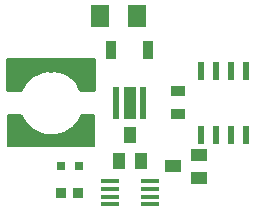
<source format=gtp>
G75*
%MOIN*%
%OFA0B0*%
%FSLAX25Y25*%
%IPPOS*%
%LPD*%
%AMOC8*
5,1,8,0,0,1.08239X$1,22.5*
%
%ADD10R,0.05118X0.03543*%
%ADD11R,0.02165X0.05906*%
%ADD12R,0.03937X0.05512*%
%ADD13R,0.02165X0.11024*%
%ADD14R,0.03937X0.11024*%
%ADD15R,0.05000X0.05000*%
%ADD16C,0.01200*%
%ADD17C,0.00160*%
%ADD18C,0.00500*%
%ADD19R,0.06299X0.07480*%
%ADD20R,0.03543X0.06299*%
%ADD21R,0.06299X0.01181*%
%ADD22R,0.03740X0.03740*%
%ADD23R,0.03150X0.03150*%
%ADD24R,0.05512X0.03937*%
D10*
X0062850Y0044110D03*
X0062850Y0051590D03*
D11*
X0070350Y0058480D03*
X0075350Y0058480D03*
X0080350Y0058480D03*
X0085350Y0058480D03*
X0085350Y0037220D03*
X0080350Y0037220D03*
X0075350Y0037220D03*
X0070350Y0037220D03*
D12*
X0050340Y0028519D03*
X0042860Y0028519D03*
X0046600Y0037181D03*
D13*
X0042171Y0047850D03*
X0051029Y0047850D03*
D14*
X0046600Y0047850D03*
D15*
X0008539Y0036039D03*
X0008539Y0059661D03*
D16*
X0005980Y0059180D02*
X0034720Y0059180D01*
X0034720Y0057982D02*
X0025255Y0057982D01*
X0025471Y0057903D02*
X0024241Y0058349D01*
X0022956Y0058597D01*
X0021649Y0058641D01*
X0020350Y0058480D01*
X0019044Y0058688D01*
X0017721Y0058680D01*
X0016418Y0058454D01*
X0015169Y0058018D01*
X0014009Y0057383D01*
X0012969Y0056566D01*
X0012077Y0055589D01*
X0011357Y0054479D01*
X0010829Y0053267D01*
X0010507Y0051984D01*
X0005980Y0051984D01*
X0005980Y0062220D01*
X0034720Y0062220D01*
X0034720Y0051984D01*
X0030193Y0051984D01*
X0029830Y0053241D01*
X0029276Y0054426D01*
X0028542Y0055510D01*
X0027649Y0056466D01*
X0026617Y0057270D01*
X0025471Y0057903D01*
X0027242Y0056783D02*
X0034720Y0056783D01*
X0034720Y0055584D02*
X0028473Y0055584D01*
X0029295Y0054386D02*
X0034720Y0054386D01*
X0034720Y0053187D02*
X0029846Y0053187D01*
X0030191Y0051989D02*
X0034720Y0051989D01*
X0034720Y0060379D02*
X0005980Y0060379D01*
X0005980Y0061577D02*
X0034720Y0061577D01*
X0015103Y0057982D02*
X0005980Y0057982D01*
X0005980Y0056783D02*
X0013246Y0056783D01*
X0012074Y0055584D02*
X0005980Y0055584D01*
X0005980Y0054386D02*
X0011317Y0054386D01*
X0010809Y0053187D02*
X0005980Y0053187D01*
X0005980Y0051989D02*
X0010509Y0051989D01*
D17*
X0009246Y0043207D02*
X0010573Y0043765D01*
X0010678Y0043527D01*
X0010790Y0043292D01*
X0010906Y0043060D01*
X0011029Y0042831D01*
X0011157Y0042605D01*
X0011291Y0042382D01*
X0011430Y0042162D01*
X0011574Y0041946D01*
X0011724Y0041733D01*
X0011878Y0041524D01*
X0012038Y0041319D01*
X0012203Y0041118D01*
X0012372Y0040921D01*
X0012546Y0040728D01*
X0012725Y0040540D01*
X0012909Y0040356D01*
X0013097Y0040176D01*
X0013289Y0040001D01*
X0013486Y0039831D01*
X0013686Y0039666D01*
X0013891Y0039505D01*
X0014099Y0039350D01*
X0014311Y0039200D01*
X0014527Y0039054D01*
X0014746Y0038915D01*
X0014968Y0038780D01*
X0015194Y0038652D01*
X0015423Y0038528D01*
X0015655Y0038410D01*
X0015889Y0038298D01*
X0016126Y0038192D01*
X0016366Y0038092D01*
X0016608Y0037997D01*
X0016853Y0037908D01*
X0017099Y0037826D01*
X0017347Y0037749D01*
X0017598Y0037679D01*
X0017849Y0037614D01*
X0018103Y0037556D01*
X0018357Y0037504D01*
X0018613Y0037458D01*
X0018870Y0037418D01*
X0019128Y0037385D01*
X0019387Y0037358D01*
X0019646Y0037337D01*
X0019905Y0037323D01*
X0020165Y0037315D01*
X0020425Y0037313D01*
X0020685Y0037318D01*
X0020944Y0037329D01*
X0021204Y0037346D01*
X0021463Y0037370D01*
X0021721Y0037400D01*
X0021978Y0037436D01*
X0022235Y0037478D01*
X0022490Y0037527D01*
X0022744Y0037582D01*
X0022997Y0037643D01*
X0023248Y0037710D01*
X0023497Y0037784D01*
X0023745Y0037863D01*
X0023990Y0037949D01*
X0024233Y0038040D01*
X0024475Y0038137D01*
X0024713Y0038240D01*
X0024949Y0038349D01*
X0025182Y0038464D01*
X0025413Y0038584D01*
X0025640Y0038710D01*
X0025864Y0038842D01*
X0026085Y0038978D01*
X0026303Y0039121D01*
X0026517Y0039268D01*
X0026727Y0039421D01*
X0026934Y0039578D01*
X0027137Y0039741D01*
X0027335Y0039909D01*
X0027530Y0040081D01*
X0027720Y0040258D01*
X0027906Y0040440D01*
X0028088Y0040626D01*
X0028264Y0040817D01*
X0028437Y0041011D01*
X0028604Y0041210D01*
X0028766Y0041413D01*
X0028924Y0041620D01*
X0029076Y0041831D01*
X0029223Y0042045D01*
X0029365Y0042263D01*
X0029501Y0042484D01*
X0029633Y0042708D01*
X0029758Y0042936D01*
X0029878Y0043167D01*
X0029992Y0043400D01*
X0030101Y0043636D01*
X0030204Y0043875D01*
X0031537Y0043332D01*
X0031421Y0043060D01*
X0031298Y0042792D01*
X0031168Y0042527D01*
X0031032Y0042265D01*
X0030890Y0042006D01*
X0030741Y0041751D01*
X0030586Y0041499D01*
X0030425Y0041252D01*
X0030258Y0041008D01*
X0030085Y0040769D01*
X0029907Y0040534D01*
X0029722Y0040303D01*
X0029532Y0040077D01*
X0029337Y0039856D01*
X0029136Y0039639D01*
X0028930Y0039428D01*
X0028719Y0039221D01*
X0028503Y0039020D01*
X0028282Y0038824D01*
X0028057Y0038633D01*
X0027827Y0038448D01*
X0027592Y0038269D01*
X0027353Y0038096D01*
X0027110Y0037928D01*
X0026863Y0037766D01*
X0026612Y0037611D01*
X0026357Y0037461D01*
X0026099Y0037318D01*
X0025837Y0037181D01*
X0025572Y0037051D01*
X0025304Y0036927D01*
X0025033Y0036810D01*
X0024759Y0036699D01*
X0024483Y0036595D01*
X0024204Y0036498D01*
X0023923Y0036408D01*
X0023640Y0036325D01*
X0023355Y0036248D01*
X0023068Y0036179D01*
X0022779Y0036116D01*
X0022489Y0036061D01*
X0022198Y0036013D01*
X0021905Y0035971D01*
X0021612Y0035937D01*
X0021318Y0035911D01*
X0021023Y0035891D01*
X0020728Y0035878D01*
X0020433Y0035873D01*
X0020138Y0035875D01*
X0019843Y0035884D01*
X0019548Y0035901D01*
X0019253Y0035924D01*
X0018960Y0035955D01*
X0018667Y0035993D01*
X0018375Y0036038D01*
X0018084Y0036090D01*
X0017795Y0036149D01*
X0017507Y0036215D01*
X0017221Y0036289D01*
X0016937Y0036369D01*
X0016655Y0036456D01*
X0016375Y0036550D01*
X0016098Y0036651D01*
X0015823Y0036758D01*
X0015550Y0036872D01*
X0015281Y0036993D01*
X0015014Y0037121D01*
X0014751Y0037254D01*
X0014491Y0037395D01*
X0014235Y0037541D01*
X0013982Y0037694D01*
X0013733Y0037853D01*
X0013488Y0038018D01*
X0013248Y0038188D01*
X0013011Y0038365D01*
X0012779Y0038547D01*
X0012551Y0038735D01*
X0012328Y0038929D01*
X0012110Y0039128D01*
X0011896Y0039332D01*
X0011688Y0039541D01*
X0011485Y0039755D01*
X0011287Y0039975D01*
X0011095Y0040199D01*
X0010908Y0040427D01*
X0010726Y0040660D01*
X0010551Y0040898D01*
X0010381Y0041139D01*
X0010217Y0041385D01*
X0010060Y0041635D01*
X0009908Y0041888D01*
X0009763Y0042145D01*
X0009624Y0042406D01*
X0009491Y0042669D01*
X0009365Y0042936D01*
X0009245Y0043206D01*
X0009385Y0043265D01*
X0009503Y0042998D01*
X0009627Y0042735D01*
X0009758Y0042474D01*
X0009896Y0042217D01*
X0010039Y0041963D01*
X0010189Y0041713D01*
X0010344Y0041466D01*
X0010506Y0041224D01*
X0010674Y0040985D01*
X0010847Y0040751D01*
X0011026Y0040521D01*
X0011211Y0040295D01*
X0011401Y0040074D01*
X0011596Y0039857D01*
X0011797Y0039646D01*
X0012002Y0039439D01*
X0012213Y0039238D01*
X0012429Y0039041D01*
X0012649Y0038850D01*
X0012874Y0038665D01*
X0013103Y0038485D01*
X0013337Y0038310D01*
X0013575Y0038142D01*
X0013817Y0037979D01*
X0014062Y0037822D01*
X0014312Y0037671D01*
X0014565Y0037526D01*
X0014822Y0037388D01*
X0015082Y0037256D01*
X0015345Y0037130D01*
X0015611Y0037011D01*
X0015880Y0036898D01*
X0016151Y0036792D01*
X0016425Y0036692D01*
X0016702Y0036600D01*
X0016980Y0036514D01*
X0017261Y0036434D01*
X0017543Y0036362D01*
X0017827Y0036297D01*
X0018113Y0036238D01*
X0018400Y0036187D01*
X0018688Y0036142D01*
X0018977Y0036105D01*
X0019267Y0036075D01*
X0019558Y0036051D01*
X0019849Y0036035D01*
X0020141Y0036026D01*
X0020432Y0036024D01*
X0020724Y0036029D01*
X0021015Y0036042D01*
X0021306Y0036061D01*
X0021596Y0036088D01*
X0021886Y0036121D01*
X0022175Y0036162D01*
X0022462Y0036210D01*
X0022749Y0036264D01*
X0023034Y0036326D01*
X0023317Y0036394D01*
X0023599Y0036470D01*
X0023878Y0036552D01*
X0024156Y0036641D01*
X0024431Y0036737D01*
X0024704Y0036840D01*
X0024975Y0036949D01*
X0025242Y0037065D01*
X0025507Y0037187D01*
X0025768Y0037316D01*
X0026027Y0037451D01*
X0026282Y0037592D01*
X0026533Y0037740D01*
X0026781Y0037893D01*
X0027025Y0038053D01*
X0027265Y0038218D01*
X0027501Y0038390D01*
X0027733Y0038567D01*
X0027960Y0038749D01*
X0028183Y0038938D01*
X0028401Y0039131D01*
X0028614Y0039330D01*
X0028823Y0039534D01*
X0029026Y0039743D01*
X0029224Y0039956D01*
X0029417Y0040175D01*
X0029605Y0040398D01*
X0029787Y0040626D01*
X0029963Y0040858D01*
X0030134Y0041095D01*
X0030299Y0041335D01*
X0030458Y0041579D01*
X0030611Y0041828D01*
X0030758Y0042080D01*
X0030898Y0042335D01*
X0031033Y0042594D01*
X0031161Y0042856D01*
X0031282Y0043121D01*
X0031398Y0043389D01*
X0031258Y0043446D01*
X0031144Y0043181D01*
X0031024Y0042919D01*
X0030898Y0042661D01*
X0030765Y0042405D01*
X0030626Y0042153D01*
X0030481Y0041905D01*
X0030330Y0041660D01*
X0030173Y0041418D01*
X0030010Y0041181D01*
X0029842Y0040947D01*
X0029667Y0040718D01*
X0029488Y0040493D01*
X0029302Y0040273D01*
X0029112Y0040057D01*
X0028916Y0039846D01*
X0028715Y0039640D01*
X0028510Y0039439D01*
X0028299Y0039242D01*
X0028084Y0039051D01*
X0027864Y0038866D01*
X0027639Y0038685D01*
X0027411Y0038511D01*
X0027178Y0038341D01*
X0026941Y0038178D01*
X0026700Y0038020D01*
X0026455Y0037869D01*
X0026207Y0037723D01*
X0025955Y0037584D01*
X0025700Y0037450D01*
X0025442Y0037323D01*
X0025180Y0037203D01*
X0024916Y0037088D01*
X0024649Y0036981D01*
X0024380Y0036879D01*
X0024108Y0036785D01*
X0023834Y0036697D01*
X0023558Y0036615D01*
X0023279Y0036541D01*
X0023000Y0036473D01*
X0022718Y0036412D01*
X0022436Y0036358D01*
X0022152Y0036311D01*
X0021867Y0036271D01*
X0021581Y0036238D01*
X0021294Y0036212D01*
X0021007Y0036192D01*
X0020719Y0036180D01*
X0020431Y0036175D01*
X0020143Y0036177D01*
X0019856Y0036186D01*
X0019568Y0036202D01*
X0019281Y0036225D01*
X0018995Y0036255D01*
X0018710Y0036292D01*
X0018425Y0036336D01*
X0018142Y0036386D01*
X0017860Y0036444D01*
X0017579Y0036509D01*
X0017300Y0036580D01*
X0017023Y0036658D01*
X0016748Y0036743D01*
X0016475Y0036835D01*
X0016205Y0036933D01*
X0015937Y0037038D01*
X0015671Y0037149D01*
X0015408Y0037267D01*
X0015149Y0037391D01*
X0014892Y0037522D01*
X0014639Y0037658D01*
X0014389Y0037801D01*
X0014142Y0037950D01*
X0013900Y0038105D01*
X0013661Y0038265D01*
X0013426Y0038432D01*
X0013195Y0038604D01*
X0012969Y0038782D01*
X0012747Y0038965D01*
X0012529Y0039154D01*
X0012317Y0039348D01*
X0012109Y0039547D01*
X0011906Y0039751D01*
X0011707Y0039959D01*
X0011515Y0040173D01*
X0011327Y0040391D01*
X0011145Y0040614D01*
X0010968Y0040841D01*
X0010797Y0041073D01*
X0010631Y0041308D01*
X0010472Y0041548D01*
X0010318Y0041791D01*
X0010170Y0042038D01*
X0010028Y0042289D01*
X0009893Y0042543D01*
X0009763Y0042800D01*
X0009640Y0043060D01*
X0009524Y0043323D01*
X0009663Y0043382D01*
X0009778Y0043122D01*
X0009900Y0042865D01*
X0010027Y0042611D01*
X0010161Y0042361D01*
X0010301Y0042113D01*
X0010447Y0041870D01*
X0010599Y0041629D01*
X0010756Y0041393D01*
X0010920Y0041160D01*
X0011089Y0040932D01*
X0011263Y0040708D01*
X0011443Y0040488D01*
X0011628Y0040272D01*
X0011819Y0040061D01*
X0012014Y0039855D01*
X0012215Y0039654D01*
X0012420Y0039458D01*
X0012630Y0039266D01*
X0012845Y0039080D01*
X0013064Y0038899D01*
X0013288Y0038724D01*
X0013515Y0038554D01*
X0013747Y0038389D01*
X0013983Y0038231D01*
X0014223Y0038078D01*
X0014466Y0037931D01*
X0014712Y0037790D01*
X0014963Y0037655D01*
X0015216Y0037526D01*
X0015472Y0037404D01*
X0015732Y0037288D01*
X0015994Y0037178D01*
X0016258Y0037074D01*
X0016525Y0036977D01*
X0016795Y0036887D01*
X0017066Y0036803D01*
X0017340Y0036726D01*
X0017615Y0036655D01*
X0017892Y0036592D01*
X0018170Y0036535D01*
X0018450Y0036485D01*
X0018731Y0036441D01*
X0019013Y0036405D01*
X0019295Y0036375D01*
X0019579Y0036353D01*
X0019862Y0036337D01*
X0020146Y0036328D01*
X0020430Y0036326D01*
X0020715Y0036331D01*
X0020998Y0036343D01*
X0021282Y0036362D01*
X0021565Y0036388D01*
X0021847Y0036421D01*
X0022129Y0036460D01*
X0022409Y0036507D01*
X0022688Y0036560D01*
X0022966Y0036620D01*
X0023242Y0036687D01*
X0023516Y0036761D01*
X0023789Y0036841D01*
X0024060Y0036928D01*
X0024328Y0037021D01*
X0024594Y0037121D01*
X0024857Y0037228D01*
X0025118Y0037340D01*
X0025376Y0037459D01*
X0025631Y0037585D01*
X0025883Y0037716D01*
X0026132Y0037854D01*
X0026377Y0037998D01*
X0026618Y0038148D01*
X0026856Y0038303D01*
X0027090Y0038464D01*
X0027320Y0038631D01*
X0027546Y0038804D01*
X0027767Y0038982D01*
X0027984Y0039165D01*
X0028197Y0039354D01*
X0028405Y0039547D01*
X0028608Y0039746D01*
X0028806Y0039950D01*
X0029000Y0040158D01*
X0029188Y0040371D01*
X0029370Y0040589D01*
X0029548Y0040810D01*
X0029720Y0041037D01*
X0029886Y0041267D01*
X0030047Y0041501D01*
X0030202Y0041740D01*
X0030351Y0041981D01*
X0030494Y0042227D01*
X0030631Y0042476D01*
X0030762Y0042728D01*
X0030887Y0042983D01*
X0031006Y0043241D01*
X0031118Y0043503D01*
X0030978Y0043560D01*
X0030867Y0043302D01*
X0030750Y0043047D01*
X0030627Y0042795D01*
X0030498Y0042546D01*
X0030362Y0042301D01*
X0030221Y0042058D01*
X0030074Y0041820D01*
X0029921Y0041585D01*
X0029762Y0041353D01*
X0029598Y0041126D01*
X0029428Y0040903D01*
X0029253Y0040684D01*
X0029073Y0040469D01*
X0028887Y0040259D01*
X0028696Y0040053D01*
X0028501Y0039852D01*
X0028300Y0039656D01*
X0028095Y0039465D01*
X0027885Y0039279D01*
X0027671Y0039098D01*
X0027452Y0038922D01*
X0027229Y0038752D01*
X0027002Y0038587D01*
X0026771Y0038428D01*
X0026537Y0038275D01*
X0026298Y0038127D01*
X0026056Y0037985D01*
X0025811Y0037849D01*
X0025562Y0037719D01*
X0025311Y0037596D01*
X0025056Y0037478D01*
X0024799Y0037367D01*
X0024539Y0037262D01*
X0024276Y0037163D01*
X0024011Y0037071D01*
X0023744Y0036985D01*
X0023475Y0036906D01*
X0023204Y0036833D01*
X0022932Y0036767D01*
X0022658Y0036708D01*
X0022382Y0036655D01*
X0022106Y0036610D01*
X0021828Y0036570D01*
X0021549Y0036538D01*
X0021270Y0036513D01*
X0020990Y0036494D01*
X0020710Y0036482D01*
X0020430Y0036477D01*
X0020149Y0036479D01*
X0019869Y0036488D01*
X0019589Y0036503D01*
X0019309Y0036526D01*
X0019030Y0036555D01*
X0018752Y0036591D01*
X0018475Y0036633D01*
X0018199Y0036683D01*
X0017924Y0036739D01*
X0017651Y0036802D01*
X0017379Y0036872D01*
X0017109Y0036948D01*
X0016841Y0037031D01*
X0016575Y0037120D01*
X0016312Y0037215D01*
X0016051Y0037318D01*
X0015792Y0037426D01*
X0015536Y0037541D01*
X0015283Y0037662D01*
X0015033Y0037789D01*
X0014786Y0037922D01*
X0014543Y0038061D01*
X0014303Y0038206D01*
X0014066Y0038357D01*
X0013833Y0038513D01*
X0013605Y0038676D01*
X0013380Y0038843D01*
X0013159Y0039016D01*
X0012943Y0039195D01*
X0012731Y0039379D01*
X0012524Y0039567D01*
X0012321Y0039761D01*
X0012123Y0039960D01*
X0011930Y0040163D01*
X0011742Y0040372D01*
X0011559Y0040584D01*
X0011382Y0040801D01*
X0011209Y0041023D01*
X0011043Y0041248D01*
X0010881Y0041478D01*
X0010726Y0041711D01*
X0010576Y0041948D01*
X0010432Y0042189D01*
X0010294Y0042433D01*
X0010162Y0042680D01*
X0010036Y0042931D01*
X0009916Y0043184D01*
X0009802Y0043441D01*
X0009941Y0043499D01*
X0010054Y0043246D01*
X0010172Y0042996D01*
X0010296Y0042749D01*
X0010427Y0042505D01*
X0010563Y0042264D01*
X0010705Y0042026D01*
X0010853Y0041792D01*
X0011007Y0041562D01*
X0011166Y0041336D01*
X0011330Y0041113D01*
X0011500Y0040895D01*
X0011676Y0040681D01*
X0011856Y0040471D01*
X0012041Y0040265D01*
X0012232Y0040065D01*
X0012427Y0039869D01*
X0012627Y0039677D01*
X0012832Y0039491D01*
X0013041Y0039310D01*
X0013254Y0039134D01*
X0013472Y0038963D01*
X0013694Y0038797D01*
X0013920Y0038637D01*
X0014149Y0038483D01*
X0014383Y0038334D01*
X0014620Y0038191D01*
X0014860Y0038054D01*
X0015103Y0037922D01*
X0015350Y0037797D01*
X0015600Y0037678D01*
X0015852Y0037564D01*
X0016108Y0037457D01*
X0016365Y0037357D01*
X0016625Y0037262D01*
X0016888Y0037174D01*
X0017152Y0037093D01*
X0017419Y0037017D01*
X0017687Y0036949D01*
X0017956Y0036887D01*
X0018228Y0036831D01*
X0018500Y0036782D01*
X0018773Y0036740D01*
X0019048Y0036705D01*
X0019323Y0036676D01*
X0019599Y0036654D01*
X0019875Y0036639D01*
X0020152Y0036630D01*
X0020429Y0036628D01*
X0020705Y0036633D01*
X0020982Y0036645D01*
X0021258Y0036663D01*
X0021534Y0036688D01*
X0021809Y0036720D01*
X0022083Y0036759D01*
X0022356Y0036804D01*
X0022627Y0036856D01*
X0022898Y0036914D01*
X0023167Y0036980D01*
X0023434Y0037051D01*
X0023700Y0037129D01*
X0023963Y0037214D01*
X0024225Y0037305D01*
X0024484Y0037402D01*
X0024740Y0037506D01*
X0024994Y0037616D01*
X0025245Y0037732D01*
X0025494Y0037854D01*
X0025739Y0037982D01*
X0025981Y0038116D01*
X0026220Y0038256D01*
X0026455Y0038402D01*
X0026687Y0038553D01*
X0026915Y0038710D01*
X0027139Y0038873D01*
X0027359Y0039041D01*
X0027574Y0039214D01*
X0027786Y0039393D01*
X0027993Y0039576D01*
X0028195Y0039765D01*
X0028393Y0039958D01*
X0028586Y0040157D01*
X0028775Y0040359D01*
X0028958Y0040567D01*
X0029136Y0040779D01*
X0029309Y0040995D01*
X0029476Y0041215D01*
X0029638Y0041440D01*
X0029795Y0041668D01*
X0029946Y0041900D01*
X0030091Y0042135D01*
X0030231Y0042374D01*
X0030364Y0042617D01*
X0030492Y0042862D01*
X0030613Y0043111D01*
X0030729Y0043362D01*
X0030838Y0043616D01*
X0030698Y0043673D01*
X0030590Y0043423D01*
X0030476Y0043175D01*
X0030356Y0042929D01*
X0030231Y0042687D01*
X0030099Y0042448D01*
X0029961Y0042212D01*
X0029818Y0041980D01*
X0029669Y0041751D01*
X0029514Y0041526D01*
X0029354Y0041304D01*
X0029189Y0041087D01*
X0029019Y0040874D01*
X0028843Y0040665D01*
X0028662Y0040460D01*
X0028476Y0040260D01*
X0028286Y0040064D01*
X0028091Y0039874D01*
X0027891Y0039688D01*
X0027687Y0039506D01*
X0027478Y0039330D01*
X0027265Y0039159D01*
X0027048Y0038994D01*
X0026827Y0038833D01*
X0026602Y0038678D01*
X0026374Y0038529D01*
X0026142Y0038385D01*
X0025906Y0038247D01*
X0025667Y0038115D01*
X0025425Y0037988D01*
X0025180Y0037868D01*
X0024932Y0037753D01*
X0024682Y0037645D01*
X0024428Y0037543D01*
X0024173Y0037447D01*
X0023915Y0037357D01*
X0023655Y0037274D01*
X0023393Y0037196D01*
X0023129Y0037126D01*
X0022864Y0037062D01*
X0022597Y0037004D01*
X0022329Y0036953D01*
X0022060Y0036908D01*
X0021789Y0036870D01*
X0021518Y0036839D01*
X0021246Y0036814D01*
X0020974Y0036796D01*
X0020701Y0036784D01*
X0020428Y0036779D01*
X0020155Y0036781D01*
X0019882Y0036789D01*
X0019609Y0036805D01*
X0019337Y0036826D01*
X0019066Y0036855D01*
X0018795Y0036890D01*
X0018525Y0036931D01*
X0018256Y0036979D01*
X0017989Y0037034D01*
X0017723Y0037095D01*
X0017458Y0037163D01*
X0017195Y0037237D01*
X0016934Y0037318D01*
X0016676Y0037405D01*
X0016419Y0037498D01*
X0016165Y0037597D01*
X0015913Y0037703D01*
X0015664Y0037814D01*
X0015417Y0037932D01*
X0015174Y0038056D01*
X0014934Y0038185D01*
X0014696Y0038321D01*
X0014463Y0038462D01*
X0014233Y0038609D01*
X0014006Y0038761D01*
X0013783Y0038919D01*
X0013564Y0039082D01*
X0013350Y0039251D01*
X0013139Y0039425D01*
X0012933Y0039603D01*
X0012731Y0039787D01*
X0012533Y0039976D01*
X0012341Y0040169D01*
X0012153Y0040368D01*
X0011970Y0040570D01*
X0011792Y0040777D01*
X0011619Y0040988D01*
X0011451Y0041204D01*
X0011289Y0041423D01*
X0011132Y0041647D01*
X0010980Y0041874D01*
X0010834Y0042105D01*
X0010694Y0042339D01*
X0010559Y0042577D01*
X0010431Y0042817D01*
X0010308Y0043061D01*
X0010191Y0043308D01*
X0010081Y0043558D01*
X0010220Y0043616D01*
X0010329Y0043370D01*
X0010444Y0043127D01*
X0010565Y0042886D01*
X0010692Y0042648D01*
X0010825Y0042414D01*
X0010963Y0042183D01*
X0011107Y0041955D01*
X0011257Y0041731D01*
X0011412Y0041511D01*
X0011572Y0041294D01*
X0011737Y0041082D01*
X0011908Y0040874D01*
X0012084Y0040669D01*
X0012264Y0040470D01*
X0012449Y0040274D01*
X0012640Y0040083D01*
X0012834Y0039897D01*
X0013033Y0039716D01*
X0013237Y0039540D01*
X0013445Y0039368D01*
X0013657Y0039202D01*
X0013873Y0039041D01*
X0014092Y0038885D01*
X0014316Y0038735D01*
X0014543Y0038590D01*
X0014773Y0038451D01*
X0015007Y0038317D01*
X0015244Y0038189D01*
X0015484Y0038067D01*
X0015727Y0037951D01*
X0015973Y0037841D01*
X0016222Y0037737D01*
X0016472Y0037639D01*
X0016726Y0037547D01*
X0016981Y0037461D01*
X0017238Y0037382D01*
X0017498Y0037309D01*
X0017758Y0037242D01*
X0018021Y0037182D01*
X0018285Y0037128D01*
X0018550Y0037080D01*
X0018816Y0037039D01*
X0019083Y0037005D01*
X0019351Y0036977D01*
X0019620Y0036955D01*
X0019888Y0036940D01*
X0020158Y0036932D01*
X0020427Y0036930D01*
X0020696Y0036935D01*
X0020965Y0036946D01*
X0021234Y0036964D01*
X0021502Y0036989D01*
X0021770Y0037020D01*
X0022037Y0037057D01*
X0022302Y0037101D01*
X0022567Y0037152D01*
X0022830Y0037209D01*
X0023092Y0037272D01*
X0023352Y0037342D01*
X0023610Y0037418D01*
X0023867Y0037500D01*
X0024121Y0037589D01*
X0024373Y0037683D01*
X0024623Y0037784D01*
X0024870Y0037891D01*
X0025115Y0038004D01*
X0025357Y0038123D01*
X0025595Y0038248D01*
X0025831Y0038378D01*
X0026063Y0038514D01*
X0026292Y0038656D01*
X0026518Y0038803D01*
X0026739Y0038956D01*
X0026957Y0039114D01*
X0027171Y0039278D01*
X0027381Y0039446D01*
X0027587Y0039620D01*
X0027789Y0039799D01*
X0027986Y0039982D01*
X0028179Y0040171D01*
X0028366Y0040364D01*
X0028550Y0040561D01*
X0028728Y0040763D01*
X0028901Y0040969D01*
X0029070Y0041179D01*
X0029233Y0041394D01*
X0029390Y0041612D01*
X0029543Y0041834D01*
X0029690Y0042060D01*
X0029831Y0042289D01*
X0029967Y0042522D01*
X0030097Y0042757D01*
X0030221Y0042996D01*
X0030340Y0043238D01*
X0030452Y0043483D01*
X0030559Y0043730D01*
X0030419Y0043787D01*
X0030314Y0043543D01*
X0030203Y0043302D01*
X0030086Y0043064D01*
X0029963Y0042828D01*
X0029835Y0042595D01*
X0029701Y0042366D01*
X0029562Y0042140D01*
X0029417Y0041917D01*
X0029266Y0041698D01*
X0029111Y0041483D01*
X0028950Y0041272D01*
X0028784Y0041064D01*
X0028613Y0040861D01*
X0028437Y0040662D01*
X0028257Y0040467D01*
X0028071Y0040277D01*
X0027881Y0040091D01*
X0027687Y0039910D01*
X0027488Y0039734D01*
X0027285Y0039563D01*
X0027078Y0039396D01*
X0026867Y0039235D01*
X0026652Y0039079D01*
X0026433Y0038928D01*
X0026211Y0038783D01*
X0025985Y0038643D01*
X0025756Y0038509D01*
X0025523Y0038380D01*
X0025288Y0038257D01*
X0025049Y0038140D01*
X0024808Y0038029D01*
X0024565Y0037923D01*
X0024318Y0037824D01*
X0024070Y0037731D01*
X0023819Y0037643D01*
X0023566Y0037562D01*
X0023311Y0037487D01*
X0023054Y0037418D01*
X0022796Y0037356D01*
X0022537Y0037300D01*
X0022276Y0037250D01*
X0022014Y0037207D01*
X0021751Y0037170D01*
X0021487Y0037139D01*
X0021222Y0037115D01*
X0020957Y0037097D01*
X0020692Y0037086D01*
X0020426Y0037081D01*
X0020161Y0037083D01*
X0019895Y0037091D01*
X0019630Y0037106D01*
X0019365Y0037127D01*
X0019101Y0037155D01*
X0018837Y0037189D01*
X0018575Y0037229D01*
X0018313Y0037276D01*
X0018053Y0037329D01*
X0017794Y0037389D01*
X0017537Y0037455D01*
X0017281Y0037527D01*
X0017028Y0037605D01*
X0016776Y0037690D01*
X0016526Y0037780D01*
X0016279Y0037877D01*
X0016034Y0037980D01*
X0015791Y0038088D01*
X0015552Y0038203D01*
X0015315Y0038323D01*
X0015081Y0038449D01*
X0014850Y0038581D01*
X0014623Y0038718D01*
X0014399Y0038861D01*
X0014179Y0039009D01*
X0013962Y0039163D01*
X0013749Y0039321D01*
X0013540Y0039485D01*
X0013335Y0039654D01*
X0013134Y0039828D01*
X0012938Y0040007D01*
X0012746Y0040191D01*
X0012558Y0040379D01*
X0012375Y0040572D01*
X0012197Y0040769D01*
X0012024Y0040970D01*
X0011856Y0041176D01*
X0011693Y0041385D01*
X0011535Y0041599D01*
X0011382Y0041816D01*
X0011234Y0042037D01*
X0011092Y0042261D01*
X0010956Y0042489D01*
X0010825Y0042720D01*
X0010700Y0042955D01*
X0010580Y0043192D01*
X0010467Y0043432D01*
X0010359Y0043675D01*
X0010498Y0043733D01*
X0010604Y0043494D01*
X0010716Y0043257D01*
X0010834Y0043023D01*
X0010958Y0042792D01*
X0011087Y0042564D01*
X0011221Y0042340D01*
X0011362Y0042118D01*
X0011507Y0041900D01*
X0011658Y0041686D01*
X0011813Y0041476D01*
X0011974Y0041269D01*
X0012140Y0041066D01*
X0012311Y0040868D01*
X0012487Y0040674D01*
X0012667Y0040484D01*
X0012852Y0040298D01*
X0013041Y0040117D01*
X0013235Y0039941D01*
X0013433Y0039769D01*
X0013635Y0039603D01*
X0013841Y0039441D01*
X0014051Y0039284D01*
X0014265Y0039133D01*
X0014482Y0038987D01*
X0014703Y0038846D01*
X0014927Y0038711D01*
X0015155Y0038581D01*
X0015385Y0038457D01*
X0015619Y0038338D01*
X0015855Y0038225D01*
X0016094Y0038118D01*
X0016336Y0038017D01*
X0016580Y0037921D01*
X0016826Y0037832D01*
X0017074Y0037749D01*
X0017324Y0037671D01*
X0017576Y0037600D01*
X0017830Y0037535D01*
X0018085Y0037477D01*
X0018342Y0037424D01*
X0018600Y0037378D01*
X0018859Y0037338D01*
X0019119Y0037305D01*
X0019379Y0037277D01*
X0019640Y0037256D01*
X0019902Y0037242D01*
X0020163Y0037234D01*
X0020425Y0037232D01*
X0020687Y0037237D01*
X0020949Y0037248D01*
X0021210Y0037265D01*
X0021471Y0037289D01*
X0021731Y0037319D01*
X0021991Y0037356D01*
X0022249Y0037399D01*
X0022506Y0037448D01*
X0022762Y0037503D01*
X0023017Y0037565D01*
X0023270Y0037632D01*
X0023521Y0037706D01*
X0023771Y0037786D01*
X0024018Y0037872D01*
X0024263Y0037965D01*
X0024506Y0038063D01*
X0024746Y0038167D01*
X0024984Y0038276D01*
X0025219Y0038392D01*
X0025451Y0038513D01*
X0025681Y0038640D01*
X0025906Y0038772D01*
X0026129Y0038910D01*
X0026348Y0039054D01*
X0026564Y0039202D01*
X0026776Y0039356D01*
X0026984Y0039515D01*
X0027189Y0039679D01*
X0027389Y0039848D01*
X0027585Y0040021D01*
X0027776Y0040200D01*
X0027964Y0040383D01*
X0028147Y0040571D01*
X0028325Y0040763D01*
X0028498Y0040959D01*
X0028667Y0041159D01*
X0028830Y0041364D01*
X0028989Y0041572D01*
X0029142Y0041784D01*
X0029291Y0042000D01*
X0029434Y0042220D01*
X0029571Y0042443D01*
X0029703Y0042669D01*
X0029830Y0042898D01*
X0029951Y0043131D01*
X0030066Y0043366D01*
X0030175Y0043604D01*
X0030279Y0043844D01*
X0031454Y0052493D02*
X0030127Y0051935D01*
X0030022Y0052173D01*
X0029910Y0052408D01*
X0029794Y0052640D01*
X0029671Y0052869D01*
X0029543Y0053095D01*
X0029409Y0053318D01*
X0029270Y0053538D01*
X0029126Y0053754D01*
X0028976Y0053967D01*
X0028822Y0054176D01*
X0028662Y0054381D01*
X0028497Y0054582D01*
X0028328Y0054779D01*
X0028154Y0054972D01*
X0027975Y0055160D01*
X0027791Y0055344D01*
X0027603Y0055524D01*
X0027411Y0055699D01*
X0027214Y0055869D01*
X0027014Y0056034D01*
X0026809Y0056195D01*
X0026601Y0056350D01*
X0026389Y0056500D01*
X0026173Y0056646D01*
X0025954Y0056785D01*
X0025732Y0056920D01*
X0025506Y0057048D01*
X0025277Y0057172D01*
X0025045Y0057290D01*
X0024811Y0057402D01*
X0024574Y0057508D01*
X0024334Y0057608D01*
X0024092Y0057703D01*
X0023847Y0057792D01*
X0023601Y0057874D01*
X0023353Y0057951D01*
X0023102Y0058021D01*
X0022851Y0058086D01*
X0022597Y0058144D01*
X0022343Y0058196D01*
X0022087Y0058242D01*
X0021830Y0058282D01*
X0021572Y0058315D01*
X0021313Y0058342D01*
X0021054Y0058363D01*
X0020795Y0058377D01*
X0020535Y0058385D01*
X0020275Y0058387D01*
X0020015Y0058382D01*
X0019756Y0058371D01*
X0019496Y0058354D01*
X0019237Y0058330D01*
X0018979Y0058300D01*
X0018722Y0058264D01*
X0018465Y0058222D01*
X0018210Y0058173D01*
X0017956Y0058118D01*
X0017703Y0058057D01*
X0017452Y0057990D01*
X0017203Y0057916D01*
X0016955Y0057837D01*
X0016710Y0057751D01*
X0016467Y0057660D01*
X0016225Y0057563D01*
X0015987Y0057460D01*
X0015751Y0057351D01*
X0015518Y0057236D01*
X0015287Y0057116D01*
X0015060Y0056990D01*
X0014836Y0056858D01*
X0014615Y0056722D01*
X0014397Y0056579D01*
X0014183Y0056432D01*
X0013973Y0056279D01*
X0013766Y0056122D01*
X0013563Y0055959D01*
X0013365Y0055791D01*
X0013170Y0055619D01*
X0012980Y0055442D01*
X0012794Y0055260D01*
X0012612Y0055074D01*
X0012436Y0054883D01*
X0012263Y0054689D01*
X0012096Y0054490D01*
X0011934Y0054287D01*
X0011776Y0054080D01*
X0011624Y0053869D01*
X0011477Y0053655D01*
X0011335Y0053437D01*
X0011199Y0053216D01*
X0011067Y0052992D01*
X0010942Y0052764D01*
X0010822Y0052533D01*
X0010708Y0052300D01*
X0010599Y0052064D01*
X0010496Y0051825D01*
X0009163Y0052368D01*
X0009279Y0052640D01*
X0009402Y0052908D01*
X0009532Y0053173D01*
X0009668Y0053435D01*
X0009810Y0053694D01*
X0009959Y0053949D01*
X0010114Y0054201D01*
X0010275Y0054448D01*
X0010442Y0054692D01*
X0010615Y0054931D01*
X0010793Y0055166D01*
X0010978Y0055397D01*
X0011168Y0055623D01*
X0011363Y0055844D01*
X0011564Y0056061D01*
X0011770Y0056272D01*
X0011981Y0056479D01*
X0012197Y0056680D01*
X0012418Y0056876D01*
X0012643Y0057067D01*
X0012873Y0057252D01*
X0013108Y0057431D01*
X0013347Y0057604D01*
X0013590Y0057772D01*
X0013837Y0057934D01*
X0014088Y0058089D01*
X0014343Y0058239D01*
X0014601Y0058382D01*
X0014863Y0058519D01*
X0015128Y0058649D01*
X0015396Y0058773D01*
X0015667Y0058890D01*
X0015941Y0059001D01*
X0016217Y0059105D01*
X0016496Y0059202D01*
X0016777Y0059292D01*
X0017060Y0059375D01*
X0017345Y0059452D01*
X0017632Y0059521D01*
X0017921Y0059584D01*
X0018211Y0059639D01*
X0018502Y0059687D01*
X0018795Y0059729D01*
X0019088Y0059763D01*
X0019382Y0059789D01*
X0019677Y0059809D01*
X0019972Y0059822D01*
X0020267Y0059827D01*
X0020562Y0059825D01*
X0020857Y0059816D01*
X0021152Y0059799D01*
X0021447Y0059776D01*
X0021740Y0059745D01*
X0022033Y0059707D01*
X0022325Y0059662D01*
X0022616Y0059610D01*
X0022905Y0059551D01*
X0023193Y0059485D01*
X0023479Y0059411D01*
X0023763Y0059331D01*
X0024045Y0059244D01*
X0024325Y0059150D01*
X0024602Y0059049D01*
X0024877Y0058942D01*
X0025150Y0058828D01*
X0025419Y0058707D01*
X0025686Y0058579D01*
X0025949Y0058446D01*
X0026209Y0058305D01*
X0026465Y0058159D01*
X0026718Y0058006D01*
X0026967Y0057847D01*
X0027212Y0057682D01*
X0027452Y0057512D01*
X0027689Y0057335D01*
X0027921Y0057153D01*
X0028149Y0056965D01*
X0028372Y0056771D01*
X0028590Y0056572D01*
X0028804Y0056368D01*
X0029012Y0056159D01*
X0029215Y0055945D01*
X0029413Y0055725D01*
X0029605Y0055501D01*
X0029792Y0055273D01*
X0029974Y0055040D01*
X0030149Y0054802D01*
X0030319Y0054561D01*
X0030483Y0054315D01*
X0030640Y0054065D01*
X0030792Y0053812D01*
X0030937Y0053555D01*
X0031076Y0053294D01*
X0031209Y0053031D01*
X0031335Y0052764D01*
X0031455Y0052494D01*
X0031315Y0052435D01*
X0031197Y0052702D01*
X0031073Y0052965D01*
X0030942Y0053226D01*
X0030804Y0053483D01*
X0030661Y0053737D01*
X0030511Y0053987D01*
X0030356Y0054234D01*
X0030194Y0054476D01*
X0030026Y0054715D01*
X0029853Y0054949D01*
X0029674Y0055179D01*
X0029489Y0055405D01*
X0029299Y0055626D01*
X0029104Y0055843D01*
X0028903Y0056054D01*
X0028698Y0056261D01*
X0028487Y0056462D01*
X0028271Y0056659D01*
X0028051Y0056850D01*
X0027826Y0057035D01*
X0027597Y0057215D01*
X0027363Y0057390D01*
X0027125Y0057558D01*
X0026883Y0057721D01*
X0026638Y0057878D01*
X0026388Y0058029D01*
X0026135Y0058174D01*
X0025878Y0058312D01*
X0025618Y0058444D01*
X0025355Y0058570D01*
X0025089Y0058689D01*
X0024820Y0058802D01*
X0024549Y0058908D01*
X0024275Y0059008D01*
X0023998Y0059100D01*
X0023720Y0059186D01*
X0023439Y0059266D01*
X0023157Y0059338D01*
X0022873Y0059403D01*
X0022587Y0059462D01*
X0022300Y0059513D01*
X0022012Y0059558D01*
X0021723Y0059595D01*
X0021433Y0059625D01*
X0021142Y0059649D01*
X0020851Y0059665D01*
X0020559Y0059674D01*
X0020268Y0059676D01*
X0019976Y0059671D01*
X0019685Y0059658D01*
X0019394Y0059639D01*
X0019104Y0059612D01*
X0018814Y0059579D01*
X0018525Y0059538D01*
X0018238Y0059490D01*
X0017951Y0059436D01*
X0017666Y0059374D01*
X0017383Y0059306D01*
X0017101Y0059230D01*
X0016822Y0059148D01*
X0016544Y0059059D01*
X0016269Y0058963D01*
X0015996Y0058860D01*
X0015725Y0058751D01*
X0015458Y0058635D01*
X0015193Y0058513D01*
X0014932Y0058384D01*
X0014673Y0058249D01*
X0014418Y0058108D01*
X0014167Y0057960D01*
X0013919Y0057807D01*
X0013675Y0057647D01*
X0013435Y0057482D01*
X0013199Y0057310D01*
X0012967Y0057133D01*
X0012740Y0056951D01*
X0012517Y0056762D01*
X0012299Y0056569D01*
X0012086Y0056370D01*
X0011877Y0056166D01*
X0011674Y0055957D01*
X0011476Y0055744D01*
X0011283Y0055525D01*
X0011095Y0055302D01*
X0010913Y0055074D01*
X0010737Y0054842D01*
X0010566Y0054605D01*
X0010401Y0054365D01*
X0010242Y0054121D01*
X0010089Y0053872D01*
X0009942Y0053620D01*
X0009802Y0053365D01*
X0009667Y0053106D01*
X0009539Y0052844D01*
X0009418Y0052579D01*
X0009302Y0052311D01*
X0009442Y0052254D01*
X0009556Y0052519D01*
X0009676Y0052781D01*
X0009802Y0053039D01*
X0009935Y0053295D01*
X0010074Y0053547D01*
X0010219Y0053795D01*
X0010370Y0054040D01*
X0010527Y0054282D01*
X0010690Y0054519D01*
X0010858Y0054753D01*
X0011033Y0054982D01*
X0011212Y0055207D01*
X0011398Y0055427D01*
X0011588Y0055643D01*
X0011784Y0055854D01*
X0011985Y0056060D01*
X0012190Y0056261D01*
X0012401Y0056458D01*
X0012616Y0056649D01*
X0012836Y0056834D01*
X0013061Y0057015D01*
X0013289Y0057189D01*
X0013522Y0057359D01*
X0013759Y0057522D01*
X0014000Y0057680D01*
X0014245Y0057831D01*
X0014493Y0057977D01*
X0014745Y0058116D01*
X0015000Y0058250D01*
X0015258Y0058377D01*
X0015520Y0058497D01*
X0015784Y0058612D01*
X0016051Y0058719D01*
X0016320Y0058821D01*
X0016592Y0058915D01*
X0016866Y0059003D01*
X0017142Y0059085D01*
X0017421Y0059159D01*
X0017700Y0059227D01*
X0017982Y0059288D01*
X0018264Y0059342D01*
X0018548Y0059389D01*
X0018833Y0059429D01*
X0019119Y0059462D01*
X0019406Y0059488D01*
X0019693Y0059508D01*
X0019981Y0059520D01*
X0020269Y0059525D01*
X0020557Y0059523D01*
X0020844Y0059514D01*
X0021132Y0059498D01*
X0021419Y0059475D01*
X0021705Y0059445D01*
X0021990Y0059408D01*
X0022275Y0059364D01*
X0022558Y0059314D01*
X0022840Y0059256D01*
X0023121Y0059191D01*
X0023400Y0059120D01*
X0023677Y0059042D01*
X0023952Y0058957D01*
X0024225Y0058865D01*
X0024495Y0058767D01*
X0024763Y0058662D01*
X0025029Y0058551D01*
X0025292Y0058433D01*
X0025551Y0058309D01*
X0025808Y0058178D01*
X0026061Y0058042D01*
X0026311Y0057899D01*
X0026558Y0057750D01*
X0026800Y0057595D01*
X0027039Y0057435D01*
X0027274Y0057268D01*
X0027505Y0057096D01*
X0027731Y0056918D01*
X0027953Y0056735D01*
X0028171Y0056546D01*
X0028383Y0056352D01*
X0028591Y0056153D01*
X0028794Y0055949D01*
X0028993Y0055741D01*
X0029185Y0055527D01*
X0029373Y0055309D01*
X0029555Y0055086D01*
X0029732Y0054859D01*
X0029903Y0054627D01*
X0030069Y0054392D01*
X0030228Y0054152D01*
X0030382Y0053909D01*
X0030530Y0053662D01*
X0030672Y0053411D01*
X0030807Y0053157D01*
X0030937Y0052900D01*
X0031060Y0052640D01*
X0031176Y0052377D01*
X0031037Y0052318D01*
X0030922Y0052578D01*
X0030800Y0052835D01*
X0030673Y0053089D01*
X0030539Y0053339D01*
X0030399Y0053587D01*
X0030253Y0053830D01*
X0030101Y0054071D01*
X0029944Y0054307D01*
X0029780Y0054540D01*
X0029611Y0054768D01*
X0029437Y0054992D01*
X0029257Y0055212D01*
X0029072Y0055428D01*
X0028881Y0055639D01*
X0028686Y0055845D01*
X0028485Y0056046D01*
X0028280Y0056242D01*
X0028070Y0056434D01*
X0027855Y0056620D01*
X0027636Y0056801D01*
X0027412Y0056976D01*
X0027185Y0057146D01*
X0026953Y0057311D01*
X0026717Y0057469D01*
X0026477Y0057622D01*
X0026234Y0057769D01*
X0025988Y0057910D01*
X0025737Y0058045D01*
X0025484Y0058174D01*
X0025228Y0058296D01*
X0024968Y0058412D01*
X0024706Y0058522D01*
X0024442Y0058626D01*
X0024175Y0058723D01*
X0023905Y0058813D01*
X0023634Y0058897D01*
X0023360Y0058974D01*
X0023085Y0059045D01*
X0022808Y0059108D01*
X0022530Y0059165D01*
X0022250Y0059215D01*
X0021969Y0059259D01*
X0021687Y0059295D01*
X0021405Y0059325D01*
X0021121Y0059347D01*
X0020838Y0059363D01*
X0020554Y0059372D01*
X0020270Y0059374D01*
X0019985Y0059369D01*
X0019702Y0059357D01*
X0019418Y0059338D01*
X0019135Y0059312D01*
X0018853Y0059279D01*
X0018571Y0059240D01*
X0018291Y0059193D01*
X0018012Y0059140D01*
X0017734Y0059080D01*
X0017458Y0059013D01*
X0017184Y0058939D01*
X0016911Y0058859D01*
X0016640Y0058772D01*
X0016372Y0058679D01*
X0016106Y0058579D01*
X0015843Y0058472D01*
X0015582Y0058360D01*
X0015324Y0058241D01*
X0015069Y0058115D01*
X0014817Y0057984D01*
X0014568Y0057846D01*
X0014323Y0057702D01*
X0014082Y0057552D01*
X0013844Y0057397D01*
X0013610Y0057236D01*
X0013380Y0057069D01*
X0013154Y0056896D01*
X0012933Y0056718D01*
X0012716Y0056535D01*
X0012503Y0056346D01*
X0012295Y0056153D01*
X0012092Y0055954D01*
X0011894Y0055750D01*
X0011700Y0055542D01*
X0011512Y0055329D01*
X0011330Y0055111D01*
X0011152Y0054890D01*
X0010980Y0054663D01*
X0010814Y0054433D01*
X0010653Y0054199D01*
X0010498Y0053960D01*
X0010349Y0053719D01*
X0010206Y0053473D01*
X0010069Y0053224D01*
X0009938Y0052972D01*
X0009813Y0052717D01*
X0009694Y0052459D01*
X0009582Y0052197D01*
X0009722Y0052140D01*
X0009833Y0052398D01*
X0009950Y0052653D01*
X0010073Y0052905D01*
X0010202Y0053154D01*
X0010338Y0053399D01*
X0010479Y0053642D01*
X0010626Y0053880D01*
X0010779Y0054115D01*
X0010938Y0054347D01*
X0011102Y0054574D01*
X0011272Y0054797D01*
X0011447Y0055016D01*
X0011627Y0055231D01*
X0011813Y0055441D01*
X0012004Y0055647D01*
X0012199Y0055848D01*
X0012400Y0056044D01*
X0012605Y0056235D01*
X0012815Y0056421D01*
X0013029Y0056602D01*
X0013248Y0056778D01*
X0013471Y0056948D01*
X0013698Y0057113D01*
X0013929Y0057272D01*
X0014163Y0057425D01*
X0014402Y0057573D01*
X0014644Y0057715D01*
X0014889Y0057851D01*
X0015138Y0057981D01*
X0015389Y0058104D01*
X0015644Y0058222D01*
X0015901Y0058333D01*
X0016161Y0058438D01*
X0016424Y0058537D01*
X0016689Y0058629D01*
X0016956Y0058715D01*
X0017225Y0058794D01*
X0017496Y0058867D01*
X0017768Y0058933D01*
X0018042Y0058992D01*
X0018318Y0059045D01*
X0018594Y0059090D01*
X0018872Y0059130D01*
X0019151Y0059162D01*
X0019430Y0059187D01*
X0019710Y0059206D01*
X0019990Y0059218D01*
X0020270Y0059223D01*
X0020551Y0059221D01*
X0020831Y0059212D01*
X0021111Y0059197D01*
X0021391Y0059174D01*
X0021670Y0059145D01*
X0021948Y0059109D01*
X0022225Y0059067D01*
X0022501Y0059017D01*
X0022776Y0058961D01*
X0023049Y0058898D01*
X0023321Y0058828D01*
X0023591Y0058752D01*
X0023859Y0058669D01*
X0024125Y0058580D01*
X0024388Y0058485D01*
X0024649Y0058382D01*
X0024908Y0058274D01*
X0025164Y0058159D01*
X0025417Y0058038D01*
X0025667Y0057911D01*
X0025914Y0057778D01*
X0026157Y0057639D01*
X0026397Y0057494D01*
X0026634Y0057343D01*
X0026867Y0057187D01*
X0027095Y0057024D01*
X0027320Y0056857D01*
X0027541Y0056684D01*
X0027757Y0056505D01*
X0027969Y0056321D01*
X0028176Y0056133D01*
X0028379Y0055939D01*
X0028577Y0055740D01*
X0028770Y0055537D01*
X0028958Y0055328D01*
X0029141Y0055116D01*
X0029318Y0054899D01*
X0029491Y0054677D01*
X0029657Y0054452D01*
X0029819Y0054222D01*
X0029974Y0053989D01*
X0030124Y0053752D01*
X0030268Y0053511D01*
X0030406Y0053267D01*
X0030538Y0053020D01*
X0030664Y0052769D01*
X0030784Y0052516D01*
X0030898Y0052259D01*
X0030759Y0052201D01*
X0030646Y0052454D01*
X0030528Y0052704D01*
X0030404Y0052951D01*
X0030273Y0053195D01*
X0030137Y0053436D01*
X0029995Y0053674D01*
X0029847Y0053908D01*
X0029693Y0054138D01*
X0029534Y0054364D01*
X0029370Y0054587D01*
X0029200Y0054805D01*
X0029024Y0055019D01*
X0028844Y0055229D01*
X0028659Y0055435D01*
X0028468Y0055635D01*
X0028273Y0055831D01*
X0028073Y0056023D01*
X0027868Y0056209D01*
X0027659Y0056390D01*
X0027446Y0056566D01*
X0027228Y0056737D01*
X0027006Y0056903D01*
X0026780Y0057063D01*
X0026551Y0057217D01*
X0026317Y0057366D01*
X0026080Y0057509D01*
X0025840Y0057646D01*
X0025597Y0057778D01*
X0025350Y0057903D01*
X0025100Y0058022D01*
X0024848Y0058136D01*
X0024592Y0058243D01*
X0024335Y0058343D01*
X0024075Y0058438D01*
X0023812Y0058526D01*
X0023548Y0058607D01*
X0023281Y0058683D01*
X0023013Y0058751D01*
X0022744Y0058813D01*
X0022472Y0058869D01*
X0022200Y0058918D01*
X0021927Y0058960D01*
X0021652Y0058995D01*
X0021377Y0059024D01*
X0021101Y0059046D01*
X0020825Y0059061D01*
X0020548Y0059070D01*
X0020271Y0059072D01*
X0019995Y0059067D01*
X0019718Y0059055D01*
X0019442Y0059037D01*
X0019166Y0059012D01*
X0018891Y0058980D01*
X0018617Y0058941D01*
X0018344Y0058896D01*
X0018073Y0058844D01*
X0017802Y0058786D01*
X0017533Y0058720D01*
X0017266Y0058649D01*
X0017000Y0058571D01*
X0016737Y0058486D01*
X0016475Y0058395D01*
X0016216Y0058298D01*
X0015960Y0058194D01*
X0015706Y0058084D01*
X0015455Y0057968D01*
X0015206Y0057846D01*
X0014961Y0057718D01*
X0014719Y0057584D01*
X0014480Y0057444D01*
X0014245Y0057298D01*
X0014013Y0057147D01*
X0013785Y0056990D01*
X0013561Y0056827D01*
X0013341Y0056659D01*
X0013126Y0056486D01*
X0012914Y0056307D01*
X0012707Y0056124D01*
X0012505Y0055935D01*
X0012307Y0055742D01*
X0012114Y0055543D01*
X0011925Y0055341D01*
X0011742Y0055133D01*
X0011564Y0054921D01*
X0011391Y0054705D01*
X0011224Y0054485D01*
X0011062Y0054260D01*
X0010905Y0054032D01*
X0010754Y0053800D01*
X0010609Y0053565D01*
X0010469Y0053326D01*
X0010336Y0053083D01*
X0010208Y0052838D01*
X0010087Y0052589D01*
X0009971Y0052338D01*
X0009862Y0052084D01*
X0010002Y0052027D01*
X0010110Y0052277D01*
X0010224Y0052525D01*
X0010344Y0052771D01*
X0010469Y0053013D01*
X0010601Y0053252D01*
X0010739Y0053488D01*
X0010882Y0053720D01*
X0011031Y0053949D01*
X0011186Y0054174D01*
X0011346Y0054396D01*
X0011511Y0054613D01*
X0011681Y0054826D01*
X0011857Y0055035D01*
X0012038Y0055240D01*
X0012224Y0055440D01*
X0012414Y0055636D01*
X0012609Y0055826D01*
X0012809Y0056012D01*
X0013013Y0056194D01*
X0013222Y0056370D01*
X0013435Y0056541D01*
X0013652Y0056706D01*
X0013873Y0056867D01*
X0014098Y0057022D01*
X0014326Y0057171D01*
X0014558Y0057315D01*
X0014794Y0057453D01*
X0015033Y0057585D01*
X0015275Y0057712D01*
X0015520Y0057832D01*
X0015768Y0057947D01*
X0016018Y0058055D01*
X0016272Y0058157D01*
X0016527Y0058253D01*
X0016785Y0058343D01*
X0017045Y0058426D01*
X0017307Y0058504D01*
X0017571Y0058574D01*
X0017836Y0058638D01*
X0018103Y0058696D01*
X0018371Y0058747D01*
X0018640Y0058792D01*
X0018911Y0058830D01*
X0019182Y0058861D01*
X0019454Y0058886D01*
X0019726Y0058904D01*
X0019999Y0058916D01*
X0020272Y0058921D01*
X0020545Y0058919D01*
X0020818Y0058911D01*
X0021091Y0058895D01*
X0021363Y0058874D01*
X0021634Y0058845D01*
X0021905Y0058810D01*
X0022175Y0058769D01*
X0022444Y0058721D01*
X0022711Y0058666D01*
X0022977Y0058605D01*
X0023242Y0058537D01*
X0023505Y0058463D01*
X0023766Y0058382D01*
X0024024Y0058295D01*
X0024281Y0058202D01*
X0024535Y0058103D01*
X0024787Y0057997D01*
X0025036Y0057886D01*
X0025283Y0057768D01*
X0025526Y0057644D01*
X0025766Y0057515D01*
X0026004Y0057379D01*
X0026237Y0057238D01*
X0026467Y0057091D01*
X0026694Y0056939D01*
X0026917Y0056781D01*
X0027136Y0056618D01*
X0027350Y0056449D01*
X0027561Y0056275D01*
X0027767Y0056097D01*
X0027969Y0055913D01*
X0028167Y0055724D01*
X0028359Y0055531D01*
X0028547Y0055332D01*
X0028730Y0055130D01*
X0028908Y0054923D01*
X0029081Y0054712D01*
X0029249Y0054496D01*
X0029411Y0054277D01*
X0029568Y0054053D01*
X0029720Y0053826D01*
X0029866Y0053595D01*
X0030006Y0053361D01*
X0030141Y0053123D01*
X0030269Y0052883D01*
X0030392Y0052639D01*
X0030509Y0052392D01*
X0030619Y0052142D01*
X0030480Y0052084D01*
X0030371Y0052330D01*
X0030256Y0052573D01*
X0030135Y0052814D01*
X0030008Y0053052D01*
X0029875Y0053286D01*
X0029737Y0053517D01*
X0029593Y0053745D01*
X0029443Y0053969D01*
X0029288Y0054189D01*
X0029128Y0054406D01*
X0028963Y0054618D01*
X0028792Y0054826D01*
X0028616Y0055031D01*
X0028436Y0055230D01*
X0028251Y0055426D01*
X0028060Y0055617D01*
X0027866Y0055803D01*
X0027667Y0055984D01*
X0027463Y0056160D01*
X0027255Y0056332D01*
X0027043Y0056498D01*
X0026827Y0056659D01*
X0026608Y0056815D01*
X0026384Y0056965D01*
X0026157Y0057110D01*
X0025927Y0057249D01*
X0025693Y0057383D01*
X0025456Y0057511D01*
X0025216Y0057633D01*
X0024973Y0057749D01*
X0024727Y0057859D01*
X0024478Y0057963D01*
X0024228Y0058061D01*
X0023974Y0058153D01*
X0023719Y0058239D01*
X0023462Y0058318D01*
X0023202Y0058391D01*
X0022942Y0058458D01*
X0022679Y0058518D01*
X0022415Y0058572D01*
X0022150Y0058620D01*
X0021884Y0058661D01*
X0021617Y0058695D01*
X0021349Y0058723D01*
X0021080Y0058745D01*
X0020812Y0058760D01*
X0020542Y0058768D01*
X0020273Y0058770D01*
X0020004Y0058765D01*
X0019735Y0058754D01*
X0019466Y0058736D01*
X0019198Y0058711D01*
X0018930Y0058680D01*
X0018663Y0058643D01*
X0018398Y0058599D01*
X0018133Y0058548D01*
X0017870Y0058491D01*
X0017608Y0058428D01*
X0017348Y0058358D01*
X0017090Y0058282D01*
X0016833Y0058200D01*
X0016579Y0058111D01*
X0016327Y0058017D01*
X0016077Y0057916D01*
X0015830Y0057809D01*
X0015585Y0057696D01*
X0015343Y0057577D01*
X0015105Y0057452D01*
X0014869Y0057322D01*
X0014637Y0057186D01*
X0014408Y0057044D01*
X0014182Y0056897D01*
X0013961Y0056744D01*
X0013743Y0056586D01*
X0013529Y0056422D01*
X0013319Y0056254D01*
X0013113Y0056080D01*
X0012911Y0055901D01*
X0012714Y0055718D01*
X0012521Y0055529D01*
X0012334Y0055336D01*
X0012150Y0055139D01*
X0011972Y0054937D01*
X0011799Y0054731D01*
X0011630Y0054521D01*
X0011467Y0054306D01*
X0011310Y0054088D01*
X0011157Y0053866D01*
X0011010Y0053640D01*
X0010869Y0053411D01*
X0010733Y0053178D01*
X0010603Y0052943D01*
X0010479Y0052704D01*
X0010360Y0052462D01*
X0010248Y0052217D01*
X0010141Y0051970D01*
X0010281Y0051913D01*
X0010386Y0052157D01*
X0010497Y0052398D01*
X0010614Y0052636D01*
X0010737Y0052872D01*
X0010865Y0053105D01*
X0010999Y0053334D01*
X0011138Y0053560D01*
X0011283Y0053783D01*
X0011434Y0054002D01*
X0011589Y0054217D01*
X0011750Y0054428D01*
X0011916Y0054636D01*
X0012087Y0054839D01*
X0012263Y0055038D01*
X0012443Y0055233D01*
X0012629Y0055423D01*
X0012819Y0055609D01*
X0013013Y0055790D01*
X0013212Y0055966D01*
X0013415Y0056137D01*
X0013622Y0056304D01*
X0013833Y0056465D01*
X0014048Y0056621D01*
X0014267Y0056772D01*
X0014489Y0056917D01*
X0014715Y0057057D01*
X0014944Y0057191D01*
X0015177Y0057320D01*
X0015412Y0057443D01*
X0015651Y0057560D01*
X0015892Y0057671D01*
X0016135Y0057777D01*
X0016382Y0057876D01*
X0016630Y0057969D01*
X0016881Y0058057D01*
X0017134Y0058138D01*
X0017389Y0058213D01*
X0017646Y0058282D01*
X0017904Y0058344D01*
X0018163Y0058400D01*
X0018424Y0058450D01*
X0018686Y0058493D01*
X0018949Y0058530D01*
X0019213Y0058561D01*
X0019478Y0058585D01*
X0019743Y0058603D01*
X0020008Y0058614D01*
X0020274Y0058619D01*
X0020539Y0058617D01*
X0020805Y0058609D01*
X0021070Y0058594D01*
X0021335Y0058573D01*
X0021599Y0058545D01*
X0021863Y0058511D01*
X0022125Y0058471D01*
X0022387Y0058424D01*
X0022647Y0058371D01*
X0022906Y0058311D01*
X0023163Y0058245D01*
X0023419Y0058173D01*
X0023672Y0058095D01*
X0023924Y0058010D01*
X0024174Y0057920D01*
X0024421Y0057823D01*
X0024666Y0057720D01*
X0024909Y0057612D01*
X0025148Y0057497D01*
X0025385Y0057377D01*
X0025619Y0057251D01*
X0025850Y0057119D01*
X0026077Y0056982D01*
X0026301Y0056839D01*
X0026521Y0056691D01*
X0026738Y0056537D01*
X0026951Y0056379D01*
X0027160Y0056215D01*
X0027365Y0056046D01*
X0027566Y0055872D01*
X0027762Y0055693D01*
X0027954Y0055509D01*
X0028142Y0055321D01*
X0028325Y0055128D01*
X0028503Y0054931D01*
X0028676Y0054730D01*
X0028844Y0054524D01*
X0029007Y0054315D01*
X0029165Y0054101D01*
X0029318Y0053884D01*
X0029466Y0053663D01*
X0029608Y0053439D01*
X0029744Y0053211D01*
X0029875Y0052980D01*
X0030000Y0052745D01*
X0030120Y0052508D01*
X0030233Y0052268D01*
X0030341Y0052025D01*
X0030202Y0051967D01*
X0030096Y0052206D01*
X0029984Y0052443D01*
X0029866Y0052677D01*
X0029742Y0052908D01*
X0029613Y0053136D01*
X0029479Y0053360D01*
X0029338Y0053582D01*
X0029193Y0053800D01*
X0029042Y0054014D01*
X0028887Y0054224D01*
X0028726Y0054431D01*
X0028560Y0054634D01*
X0028389Y0054832D01*
X0028213Y0055026D01*
X0028033Y0055216D01*
X0027848Y0055402D01*
X0027659Y0055583D01*
X0027465Y0055759D01*
X0027267Y0055931D01*
X0027065Y0056097D01*
X0026859Y0056259D01*
X0026649Y0056416D01*
X0026435Y0056567D01*
X0026218Y0056713D01*
X0025997Y0056854D01*
X0025773Y0056989D01*
X0025545Y0057119D01*
X0025315Y0057243D01*
X0025081Y0057362D01*
X0024845Y0057475D01*
X0024606Y0057582D01*
X0024364Y0057683D01*
X0024120Y0057779D01*
X0023874Y0057868D01*
X0023626Y0057951D01*
X0023376Y0058029D01*
X0023124Y0058100D01*
X0022870Y0058165D01*
X0022615Y0058223D01*
X0022358Y0058276D01*
X0022100Y0058322D01*
X0021841Y0058362D01*
X0021581Y0058395D01*
X0021321Y0058423D01*
X0021060Y0058444D01*
X0020798Y0058458D01*
X0020537Y0058466D01*
X0020275Y0058468D01*
X0020013Y0058463D01*
X0019751Y0058452D01*
X0019490Y0058435D01*
X0019229Y0058411D01*
X0018969Y0058381D01*
X0018709Y0058344D01*
X0018451Y0058301D01*
X0018194Y0058252D01*
X0017938Y0058197D01*
X0017683Y0058135D01*
X0017430Y0058068D01*
X0017179Y0057994D01*
X0016929Y0057914D01*
X0016682Y0057828D01*
X0016437Y0057735D01*
X0016194Y0057637D01*
X0015954Y0057533D01*
X0015716Y0057424D01*
X0015481Y0057308D01*
X0015249Y0057187D01*
X0015019Y0057060D01*
X0014794Y0056928D01*
X0014571Y0056790D01*
X0014352Y0056646D01*
X0014136Y0056498D01*
X0013924Y0056344D01*
X0013716Y0056185D01*
X0013511Y0056021D01*
X0013311Y0055852D01*
X0013115Y0055679D01*
X0012924Y0055500D01*
X0012736Y0055317D01*
X0012553Y0055129D01*
X0012375Y0054937D01*
X0012202Y0054741D01*
X0012033Y0054541D01*
X0011870Y0054336D01*
X0011711Y0054128D01*
X0011558Y0053916D01*
X0011409Y0053700D01*
X0011266Y0053480D01*
X0011129Y0053257D01*
X0010997Y0053031D01*
X0010870Y0052802D01*
X0010749Y0052569D01*
X0010634Y0052334D01*
X0010525Y0052096D01*
X0010421Y0051856D01*
D18*
X0010507Y0043716D02*
X0005980Y0043716D01*
X0005980Y0033480D01*
X0034720Y0033480D01*
X0034720Y0043716D01*
X0030193Y0043716D01*
X0029871Y0042433D01*
X0029343Y0041221D01*
X0028623Y0040111D01*
X0027731Y0039134D01*
X0026691Y0038317D01*
X0025531Y0037682D01*
X0024282Y0037246D01*
X0022979Y0037020D01*
X0021656Y0037012D01*
X0020350Y0037220D01*
X0019051Y0037059D01*
X0017744Y0037103D01*
X0016459Y0037351D01*
X0015229Y0037797D01*
X0014083Y0038430D01*
X0013051Y0039234D01*
X0012158Y0040190D01*
X0011424Y0041274D01*
X0010870Y0042459D01*
X0010507Y0043716D01*
X0010648Y0043229D02*
X0005980Y0043229D01*
X0005980Y0042731D02*
X0010791Y0042731D01*
X0010976Y0042232D02*
X0005980Y0042232D01*
X0005980Y0041734D02*
X0011209Y0041734D01*
X0011450Y0041235D02*
X0005980Y0041235D01*
X0005980Y0040737D02*
X0011787Y0040737D01*
X0012125Y0040238D02*
X0005980Y0040238D01*
X0005980Y0039740D02*
X0012578Y0039740D01*
X0013044Y0039241D02*
X0005980Y0039241D01*
X0005980Y0038743D02*
X0013681Y0038743D01*
X0014419Y0038244D02*
X0005980Y0038244D01*
X0005980Y0037746D02*
X0015369Y0037746D01*
X0016995Y0037247D02*
X0005980Y0037247D01*
X0005980Y0036749D02*
X0034720Y0036749D01*
X0034720Y0037247D02*
X0024286Y0037247D01*
X0025647Y0037746D02*
X0034720Y0037746D01*
X0034720Y0038244D02*
X0026557Y0038244D01*
X0027232Y0038743D02*
X0034720Y0038743D01*
X0034720Y0039241D02*
X0027828Y0039241D01*
X0028284Y0039740D02*
X0034720Y0039740D01*
X0034720Y0040238D02*
X0028706Y0040238D01*
X0029029Y0040737D02*
X0034720Y0040737D01*
X0034720Y0041235D02*
X0029349Y0041235D01*
X0029566Y0041734D02*
X0034720Y0041734D01*
X0034720Y0042232D02*
X0029783Y0042232D01*
X0029945Y0042731D02*
X0034720Y0042731D01*
X0034720Y0043229D02*
X0030070Y0043229D01*
X0034720Y0036250D02*
X0005980Y0036250D01*
X0005980Y0035752D02*
X0034720Y0035752D01*
X0034720Y0035253D02*
X0005980Y0035253D01*
X0005980Y0034755D02*
X0034720Y0034755D01*
X0034720Y0034256D02*
X0005980Y0034256D01*
X0005980Y0033758D02*
X0034720Y0033758D01*
D19*
X0036748Y0076600D03*
X0048952Y0076600D03*
D20*
X0052702Y0065350D03*
X0040498Y0065350D03*
D21*
X0039907Y0021689D03*
X0039907Y0019130D03*
X0039907Y0016570D03*
X0039907Y0014011D03*
X0053293Y0014011D03*
X0053293Y0016570D03*
X0053293Y0019130D03*
X0053293Y0021689D03*
D22*
X0023746Y0017850D03*
X0029454Y0017850D03*
D23*
X0029553Y0026600D03*
X0023647Y0026600D03*
D24*
X0061019Y0026600D03*
X0069681Y0022860D03*
X0069681Y0030340D03*
M02*

</source>
